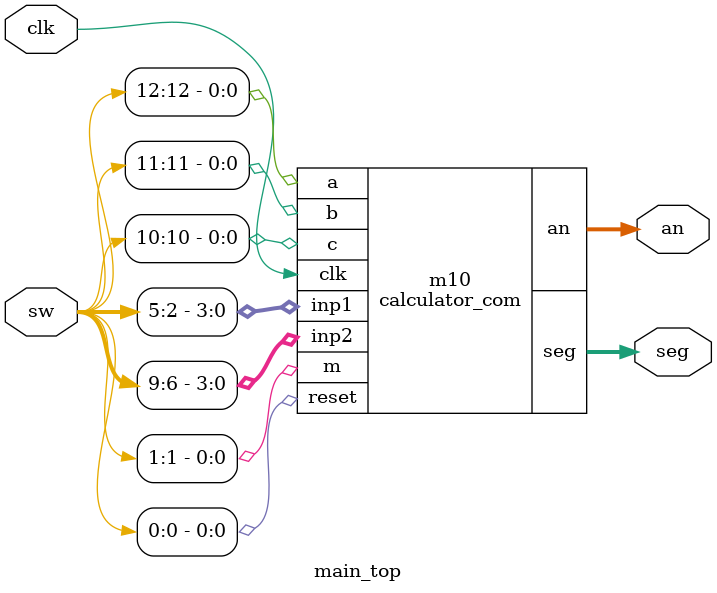
<source format=v>
module mulswitch(clk,m,reset,inp1,inp2,num11,num12,num21,num22);
input m,reset,clk;
input [3:0]inp1,inp2;
output [3:0]num11,num12,num21,num22;
 reg[3:0] num11,num12,num21,num22;
always@(posedge clk)
begin
if(reset==1)
{num11,num12,num21,num22}<=0;

if(m==0)
begin
num11<=inp1;
num12<=inp2;
end

if(m==1)
begin
num21<=inp1;
num22<=inp2;
end
end
endmodule



module clockdivide(clk, nclk);
input clk;
output reg nclk;
reg [31:0]count=32'd0;
always@(posedge clk)
begin
count=count+1;
nclk=count[16];
end
endmodule

module r_counter(rclk,rcount);
input rclk;
output reg[2:0]rcount=3'b000;
always@(posedge rclk)
rcount<=rcount+1;
endmodule

module anode_control(rcount,an);
input [2:0]rcount;
output reg [7:0]an;
always@(rcount)
begin
case(rcount)
3'b000: an=8'b11111110;
3'b001: an=8'b11111101;
3'b010: an=8'b11111011;
3'b011: an=8'b11110111;
3'b100: an=8'b11101111;
3'b101: an=8'b11011111;
3'b110: an=8'b10111111;
3'b111: an=8'b01111111;
endcase
end
endmodule

module bcd_control(num11,num12,num21,num22,num4,num3,num2,num1,rcount,bcd);
input [3:0]num11,num12,num21,num22,num4,num3,num2,num1;
input [2:0]rcount;
output reg [3:0]bcd=4'b0000;
always@(rcount,num11,num12,num21,num22,num4,num3,num2,num1)
begin
case(rcount)
3'b000: bcd=num11;
3'b001: bcd=num12;
3'b010: bcd=num21;
3'b011: bcd=num22;
3'b100: bcd=num1;
3'b101: bcd=num2;
3'b110: bcd=num3;
3'b111: bcd=num4;
endcase
end
endmodule

module segment7(bcd,seg);
input [3:0] bcd;
output [6:0] seg;
reg [6:0] seg;
always @(bcd)
begin
case (bcd) 
0 : seg = 7'b1000000;
1 : seg = 7'b1111001;
2 : seg = 7'b0100100;
3 : seg = 7'b0110000;
4 : seg = 7'b0011001;
5 : seg = 7'b0010010;
6 : seg = 7'b0000010;
7 : seg = 7'b1111000;
8 : seg = 7'b0000000;
9 : seg = 7'b0010000;

default : seg = 7'b1111111;
endcase
end
endmodule



module bcd2bin(num11,num12,num21,num22,bin2,bin1);
    input wire [3:0] num11; 
    input wire [3:0] num12; 
    input wire [3:0] num21; 
    input wire [3:0] num22; 
    output wire [6:0] bin2;
    output wire [6:0] bin1;
   

   assign bin2 = (num22*4'd10) + num21;
   assign bin1 = (num12*4'd10) + num11;

endmodule



module operations(a,b,c,bin2,bin1,cout);
input a,b,c;
input [6:0]bin2;
input [6:0]bin1;
output reg[13:0]cout;
always@(a,b,c,bin1,bin2)
begin 
if(a==0 && b==0 && c==1)
cout = bin2 + bin1;

else if(a==0 && b==1 && c==0)
begin
if(bin2 > bin1)
cout = bin2 - bin1;
else
cout = bin1 - bin2;
end

else if(a==0 && b==1 && c==1)
cout = bin2 * bin1;

else if(a==1 && b==0 && c==0)
cout = bin2 / bin1;

else if(a==1 && b==0 && c==1)
cout = bin2 % bin1;

end
endmodule


module bin_to_bcd(cout,num4,num3,num2,num1);
input[13:0] cout;
output reg[3:0] num4,num3,num2,num1;
reg[13:0] temp;
always @ (cout)
begin
temp=cout;
num4=temp/1000;
temp=temp%1000;
num3=temp/100;
temp=temp%100;
num2=temp/10;
num1=temp%10;
end
endmodule


module calculator_com(clk,reset,m,inp1,inp2,a,b,c,seg,an);
input clk,reset,m,a,b,c;
input [3:0]inp1,inp2;
output [6:0]seg;
output [7:0]an;
wire [3:0]num11,num12,num21,num22,num4,num3,num2,num1;
wire nclk;
wire [2:0]rcount;
wire [3:0]bcd;
wire [6:0]bin2,bin1;
wire [13:0]cout;
mulswitch m1(clk,m,reset,inp1,inp2,num11,num12,num21,num22);
clockdivide m2(clk, nclk);
r_counter m3(nclk,rcount);
anode_control m4(rcount,an);
bcd_control m5(num11,num12,num21,num22,num4,num3,num2,num1,rcount,bcd);
segment7 m6(bcd,seg);
bcd2bin m7(num11,num12,num21,num22,bin2,bin1);
operations m8(a,b,c,bin2,bin1,cout);
bin_to_bcd m9(cout,num4,num3,num2,num1);

endmodule


module main_top(clk,sw,an,seg);
input clk;
input [12:0]sw;
output [7:0]an;
output [6:0]seg;
calculator_com m10(clk,sw[0],sw[1],sw[5:2],sw[9:6],sw[12],sw[11],sw[10],seg,an);
endmodule


</source>
